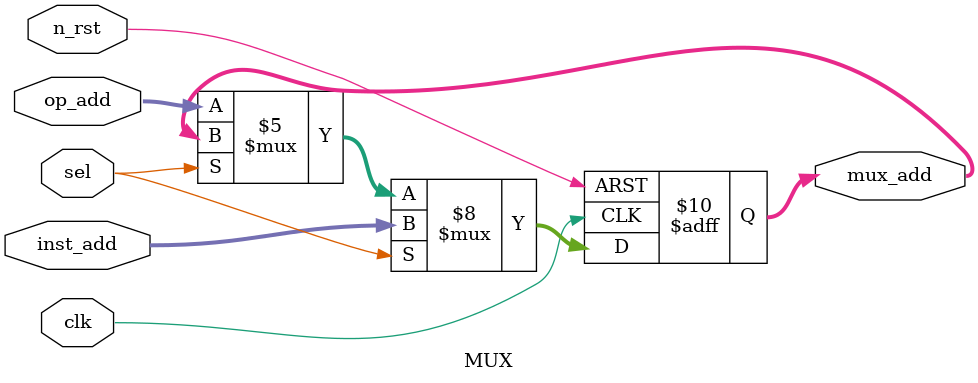
<source format=v>
module MUX #(
    parameter ADDRESS_WIDTH = 5 
) (
    input clk ,
    input n_rst ,
    input sel ,
    input [ADDRESS_WIDTH - 1 : 0] inst_add,
    input [ADDRESS_WIDTH - 1 : 0] op_add,
    output reg [ADDRESS_WIDTH - 1 : 0 ] mux_add
);

always @(posedge clk or negedge n_rst) begin
    if (!n_rst) begin
        mux_add <= 5'b0 ; 
    end
    else if (sel) begin
        mux_add <= inst_add ;
    end 
    else if (!sel) begin
        mux_add <= op_add ;
    end
    else begin
        mux_add <= mux_add ;
    end
end
    
endmodule
</source>
